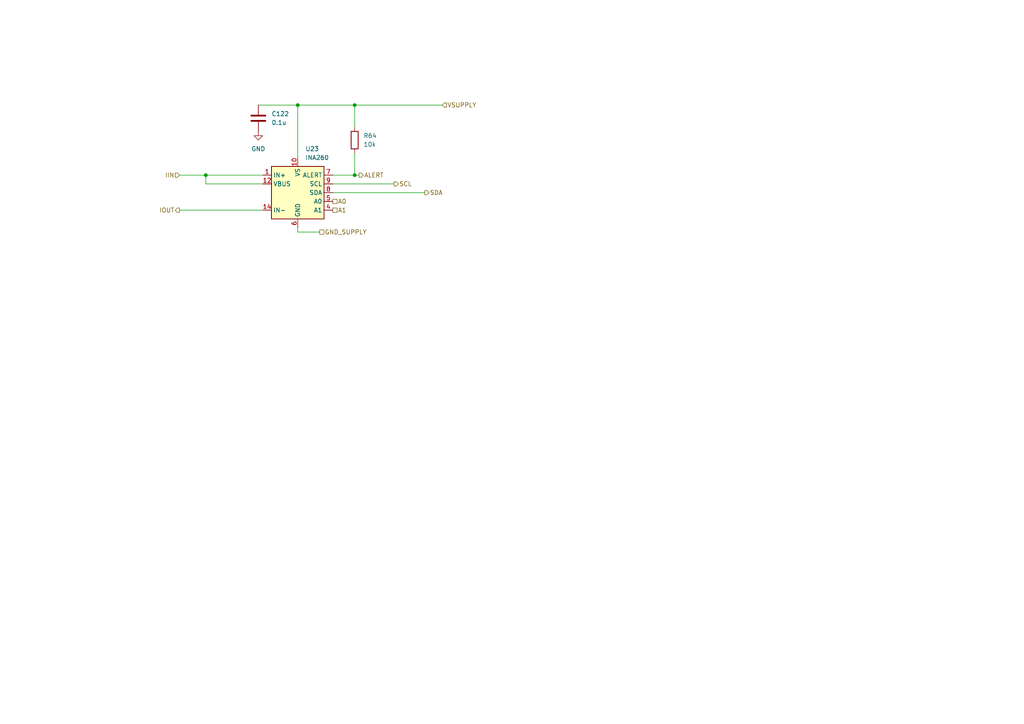
<source format=kicad_sch>
(kicad_sch (version 20231120) (generator "eeschema") (generator_version "8.0")
  (paper "A4")
  (lib_symbols
    (symbol "Device:C" (pin_numbers hide) (pin_names (offset 0.254))
      (property "Reference" "C" (at 0.635 2.54 0))
      (property "Value" "C" (at 0.635 -2.54 0))
      (symbol "C_0_1"
        (polyline (pts (xy -2.032 -0.762) (xy 2.032 -0.762)) (stroke (width 0.508)))
        (polyline (pts (xy -2.032 0.762) (xy 2.032 0.762)) (stroke (width 0.508)))
      )
      (symbol "C_1_1"
        (pin passive line (at 0 3.81 270) (length 2.794) (name "~") (number "1"))
        (pin passive line (at 0 -3.81 90) (length 2.794) (name "~") (number "2"))
      )
    )
    (symbol "Device:R" (pin_numbers hide) (pin_names (offset 0))
      (property "Reference" "R" (at 2.032 0 90))
      (property "Value" "R" (at 0 0 90))
      (symbol "R_0_1"
        (rectangle (start -1.016 -2.54) (end 1.016 2.54) (stroke (width 0.254)))
      )
      (symbol "R_1_1"
        (pin passive line (at 0 3.81 270) (length 1.27) (name "~") (number "1"))
        (pin passive line (at 0 -3.81 90) (length 1.27) (name "~") (number "2"))
      )
    )
    (symbol "Sensor:INA260"
      (property "Reference" "U" (at -6.35 8.89 0))
      (property "Value" "INA260" (at 2.54 8.89 0))
      (symbol "INA260_0_1"
        (rectangle (start -7.62 7.62) (end 7.62 -7.62) (stroke (width 0.254)) (fill (type background)))
      )
      (symbol "INA260_1_1"
        (pin passive line (at -10.16 5.08 0) (length 2.54) (name "IN+") (number "1"))
        (pin power_in line (at 0 10.16 270) (length 2.54) (name "VS") (number "10"))
        (pin passive line (at 0 -10.16 90) (length 2.54) hide (name "GND") (number "11"))
        (pin passive line (at -10.16 2.54 0) (length 2.54) (name "VBUS") (number "12"))
        (pin no_connect line (at 2.54 -7.62 90) (length 2.54) hide (name "NC") (number "13"))
        (pin passive line (at -10.16 -5.08 0) (length 2.54) (name "IN-") (number "14"))
        (pin passive line (at -10.16 -5.08 0) (length 2.54) hide (name "IN-") (number "15"))
        (pin passive line (at -10.16 -5.08 0) (length 2.54) hide (name "IN-") (number "16"))
        (pin passive line (at -10.16 5.08 0) (length 2.54) hide (name "IN+") (number "2"))
        (pin passive line (at -10.16 5.08 0) (length 2.54) hide (name "IN+") (number "3"))
        (pin input line (at 10.16 -5.08 180) (length 2.54) (name "A1") (number "4"))
        (pin input line (at 10.16 -2.54 180) (length 2.54) (name "A0") (number "5"))
        (pin power_in line (at 0 -10.16 90) (length 2.54) (name "GND") (number "6"))
        (pin open_collector line (at 10.16 5.08 180) (length 2.54) (name "ALERT") (number "7"))
        (pin bidirectional line (at 10.16 0 180) (length 2.54) (name "SDA") (number "8"))
        (pin input line (at 10.16 2.54 180) (length 2.54) (name "SCL") (number "9"))
      )
    )
    (symbol "power:GND" (power) (pin_numbers hide) (pin_names (offset 0) hide)
      (property "Value" "GND" (at 0 -3.81 0))
      (symbol "GND_0_1"
        (polyline (pts (xy 0 0) (xy 0 -1.27) (xy 1.27 -1.27) (xy 0 -2.54) (xy -1.27 -1.27) (xy 0 -1.27)))
      )
      (symbol "GND_1_1"
        (pin power_in line (at 0 0 270) (length 0) (name "~") (number "1"))
      )
    )
  )
  (junction (at 102.87 30.48))
  (junction (at 86.36 30.48))
  (junction (at 59.69 50.8))
  (junction (at 102.87 50.8))
  (wire (pts (xy 96.52 55.88) (xy 123.19 55.88)))
  (wire (pts (xy 102.87 30.48) (xy 102.87 36.83)))
  (wire (pts (xy 59.69 50.8) (xy 76.2 50.8)))
  (wire (pts (xy 92.71 67.31) (xy 86.36 67.31)))
  (wire (pts (xy 59.69 50.8) (xy 52.07 50.8)))
  (wire (pts (xy 74.93 30.48) (xy 86.36 30.48)))
  (wire (pts (xy 52.07 60.96) (xy 76.2 60.96)))
  (wire (pts (xy 86.36 30.48) (xy 86.36 45.72)))
  (wire (pts (xy 59.69 53.34) (xy 59.69 50.8)))
  (wire (pts (xy 86.36 67.31) (xy 86.36 66.04)))
  (wire (pts (xy 102.87 30.48) (xy 128.27 30.48)))
  (wire (pts (xy 96.52 53.34) (xy 114.3 53.34)))
  (wire (pts (xy 102.87 44.45) (xy 102.87 50.8)))
  (wire (pts (xy 86.36 30.48) (xy 102.87 30.48)))
  (wire (pts (xy 76.2 53.34) (xy 59.69 53.34)))
  (wire (pts (xy 102.87 50.8) (xy 96.52 50.8)))
  (wire (pts (xy 104.14 50.8) (xy 102.87 50.8)))
  (hierarchical_label "SCL" (shape output) (at 114.3 53.34 0))
  (hierarchical_label "A1" (shape passive) (at 96.52 60.96 0))
  (hierarchical_label "IIN" (shape input) (at 52.07 50.8 180))
  (hierarchical_label "SDA" (shape output) (at 123.19 55.88 0))
  (hierarchical_label "GND_SUPPLY" (shape passive) (at 92.71 67.31 0))
  (hierarchical_label "A0" (shape passive) (at 96.52 58.42 0))
  (hierarchical_label "ALERT" (shape output) (at 104.14 50.8 0))
  (hierarchical_label "IOUT" (shape output) (at 52.07 60.96 180))
  (hierarchical_label "VSUPPLY" (shape input) (at 128.27 30.48 0))
  (symbol (lib_id "Device:C") (at 74.93 34.29 0) (unit 1)
    (property "Reference" "C122" (at 78.74 33.0199 0) (effects (justify left)))
    (property "Value" "0.1u" (at 78.74 35.5599 0) (effects (justify left)))
    (property "Footprint" "Capacitor_SMD:C_0603_1608Metric_Pad1.08x0.95mm_HandSolder" (effects (hide yes)))
    (property "Description" "Unpolarized capacitor" (effects (hide yes)))
    (instances (project "launchpad-controller-v2" (path "" (reference "C122") (unit 1)) (path "" (reference "C123") (unit 1)) (path "" (reference "C124") (unit 1))))
  )
  (symbol (lib_id "Sensor:INA260") (at 86.36 55.88 0) (unit 1)
    (property "Reference" "U23" (at 88.5541 43.18 0) (effects (justify left)))
    (property "Value" "INA260" (at 88.5541 45.72 0) (effects (justify left)))
    (property "Footprint" "Package_SO:TSSOP-16_4.4x5mm_P0.65mm" (effects (hide yes)))
    (property "Datasheet" "http://www.ti.com/lit/ds/symlink/ina260.pdf" (effects (hide yes)))
    (instances (project "launchpad-controller-v2" (path "" (reference "U23") (unit 1)) (path "" (reference "U25") (unit 1)) (path "" (reference "U26") (unit 1))))
  )
  (symbol (lib_id "power:GND") (at 74.93 38.1 0) (unit 1)
    (property "Reference" "#PWR0116" (effects (hide yes)))
    (property "Value" "GND" (at 74.93 43.18 0))
    (property "Description" "Power symbol creates a global label with name \"GND\" , ground" (effects (hide yes)))
    (instances (project "launchpad-controller-v2" (path "" (reference "#PWR0116") (unit 1)) (path "" (reference "#PWR0166") (unit 1)) (path "" (reference "#PWR0167") (unit 1))))
  )
  (symbol (lib_id "Device:R") (at 102.87 40.64 0) (unit 1)
    (property "Reference" "R64" (at 105.41 39.3699 0) (effects (justify left)))
    (property "Value" "10k" (at 105.41 41.9099 0) (effects (justify left)))
    (property "Footprint" "Resistor_SMD:R_0805_2012Metric_Pad1.20x1.40mm_HandSolder" (effects (hide yes)))
    (instances (project "launchpad-controller-v2" (path "" (reference "R64") (unit 1)) (path "" (reference "R65") (unit 1)) (path "" (reference "R68") (unit 1))))
  )
)
</source>
